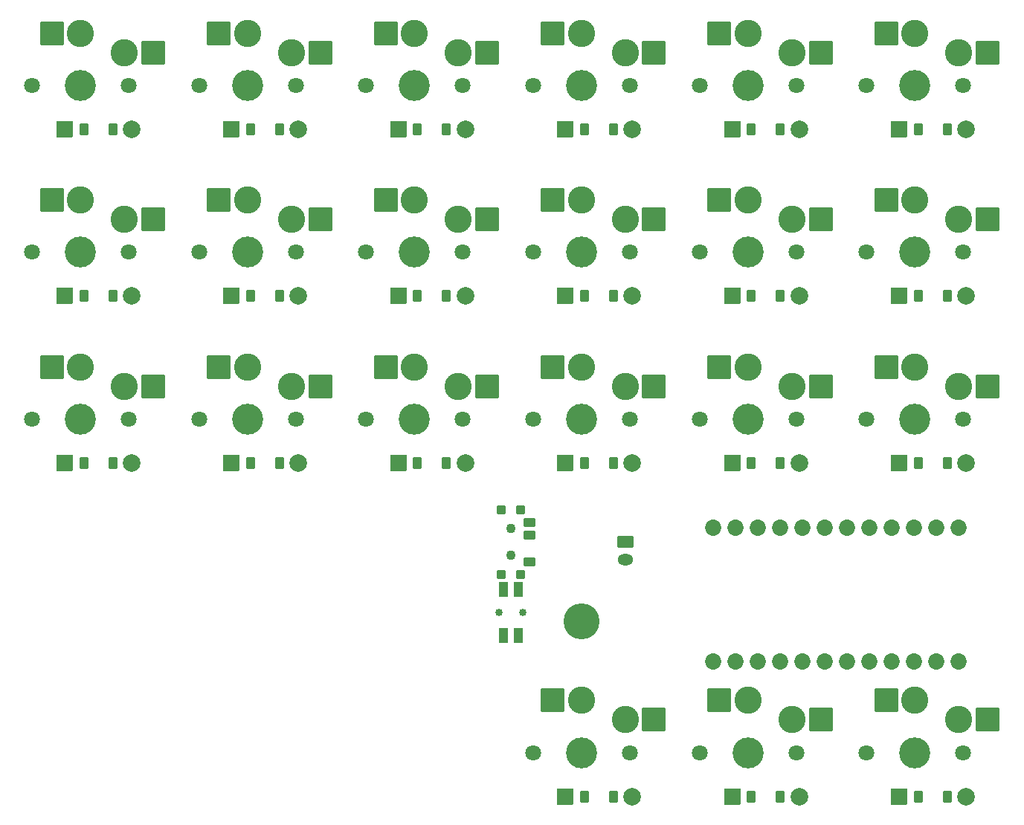
<source format=gbr>
%TF.GenerationSoftware,KiCad,Pcbnew,9.0.4*%
%TF.CreationDate,2025-09-30T09:24:18+02:00*%
%TF.ProjectId,left-finished,6c656674-2d66-4696-9e69-736865642e6b,v1.0.0*%
%TF.SameCoordinates,Original*%
%TF.FileFunction,Soldermask,Bot*%
%TF.FilePolarity,Negative*%
%FSLAX46Y46*%
G04 Gerber Fmt 4.6, Leading zero omitted, Abs format (unit mm)*
G04 Created by KiCad (PCBNEW 9.0.4) date 2025-09-30 09:24:18*
%MOMM*%
%LPD*%
G01*
G04 APERTURE LIST*
G04 Aperture macros list*
%AMRoundRect*
0 Rectangle with rounded corners*
0 $1 Rounding radius*
0 $2 $3 $4 $5 $6 $7 $8 $9 X,Y pos of 4 corners*
0 Add a 4 corners polygon primitive as box body*
4,1,4,$2,$3,$4,$5,$6,$7,$8,$9,$2,$3,0*
0 Add four circle primitives for the rounded corners*
1,1,$1+$1,$2,$3*
1,1,$1+$1,$4,$5*
1,1,$1+$1,$6,$7*
1,1,$1+$1,$8,$9*
0 Add four rect primitives between the rounded corners*
20,1,$1+$1,$2,$3,$4,$5,0*
20,1,$1+$1,$4,$5,$6,$7,0*
20,1,$1+$1,$6,$7,$8,$9,0*
20,1,$1+$1,$8,$9,$2,$3,0*%
G04 Aperture macros list end*
%ADD10RoundRect,0.050000X0.450000X-0.450000X0.450000X0.450000X-0.450000X0.450000X-0.450000X-0.450000X0*%
%ADD11C,1.100000*%
%ADD12RoundRect,0.050000X0.625000X-0.450000X0.625000X0.450000X-0.625000X0.450000X-0.625000X-0.450000X0*%
%ADD13C,1.801800*%
%ADD14C,3.100000*%
%ADD15C,3.529000*%
%ADD16RoundRect,0.050000X-1.300000X-1.300000X1.300000X-1.300000X1.300000X1.300000X-1.300000X1.300000X0*%
%ADD17RoundRect,0.050000X-0.889000X-0.889000X0.889000X-0.889000X0.889000X0.889000X-0.889000X0.889000X0*%
%ADD18RoundRect,0.050000X-0.450000X-0.600000X0.450000X-0.600000X0.450000X0.600000X-0.450000X0.600000X0*%
%ADD19C,2.005000*%
%ADD20C,0.850000*%
%ADD21RoundRect,0.050000X0.500000X-0.775000X0.500000X0.775000X-0.500000X0.775000X-0.500000X-0.775000X0*%
%ADD22C,4.100000*%
%ADD23RoundRect,0.050000X-0.850000X0.600000X-0.850000X-0.600000X0.850000X-0.600000X0.850000X0.600000X0*%
%ADD24O,1.800000X1.300000*%
%ADD25C,1.852600*%
G04 APERTURE END LIST*
D10*
%TO.C,T1*%
X147900000Y-129700000D03*
X150100000Y-129700000D03*
D11*
X149000000Y-127500000D03*
X149000000Y-124500000D03*
D10*
X147900000Y-122300000D03*
X150100000Y-122300000D03*
D12*
X151075000Y-128250000D03*
X151075000Y-125250000D03*
X151075000Y-123750000D03*
%TD*%
D13*
%TO.C,S17*%
X170500000Y-74000000D03*
D14*
X176000000Y-68050000D03*
D15*
X176000000Y-74000000D03*
D14*
X181000000Y-70250000D03*
D13*
X181500000Y-74000000D03*
D16*
X172725000Y-68050000D03*
X184275000Y-70250000D03*
%TD*%
D17*
%TO.C,D1*%
X98190000Y-117000000D03*
D18*
X100350000Y-117000000D03*
X103650000Y-117000000D03*
D19*
X105810000Y-117000000D03*
%TD*%
D17*
%TO.C,D20*%
X193190000Y-98000000D03*
D18*
X195350000Y-98000000D03*
X198650000Y-98000000D03*
D19*
X200810000Y-98000000D03*
%TD*%
D13*
%TO.C,S6*%
X113500000Y-74000000D03*
D14*
X119000000Y-68050000D03*
D15*
X119000000Y-74000000D03*
D14*
X124000000Y-70250000D03*
D13*
X124500000Y-74000000D03*
D16*
X115725000Y-68050000D03*
X127275000Y-70250000D03*
%TD*%
D13*
%TO.C,S18*%
X189500000Y-150000000D03*
D14*
X195000000Y-144050000D03*
D15*
X195000000Y-150000000D03*
D14*
X200000000Y-146250000D03*
D13*
X200500000Y-150000000D03*
D16*
X191725000Y-144050000D03*
X203275000Y-146250000D03*
%TD*%
D13*
%TO.C,S1*%
X94500000Y-112000000D03*
D14*
X100000000Y-106050000D03*
D15*
X100000000Y-112000000D03*
D14*
X105000000Y-108250000D03*
D13*
X105500000Y-112000000D03*
D16*
X96725000Y-106050000D03*
X108275000Y-108250000D03*
%TD*%
D17*
%TO.C,D19*%
X193190000Y-117000000D03*
D18*
X195350000Y-117000000D03*
X198650000Y-117000000D03*
D19*
X200810000Y-117000000D03*
%TD*%
D13*
%TO.C,S16*%
X170500000Y-93000000D03*
D14*
X176000000Y-87050000D03*
D15*
X176000000Y-93000000D03*
D14*
X181000000Y-89250000D03*
D13*
X181500000Y-93000000D03*
D16*
X172725000Y-87050000D03*
X184275000Y-89250000D03*
%TD*%
D20*
%TO.C,B1*%
X147625000Y-134000000D03*
X150375000Y-134000000D03*
D21*
X148150000Y-136625000D03*
X148150000Y-131375000D03*
X149850000Y-136625000D03*
X149850000Y-131375000D03*
%TD*%
D13*
%TO.C,S12*%
X151500000Y-93000000D03*
D14*
X157000000Y-87050000D03*
D15*
X157000000Y-93000000D03*
D14*
X162000000Y-89250000D03*
D13*
X162500000Y-93000000D03*
D16*
X153725000Y-87050000D03*
X165275000Y-89250000D03*
%TD*%
D17*
%TO.C,D3*%
X98190000Y-79000000D03*
D18*
X100350000Y-79000000D03*
X103650000Y-79000000D03*
D19*
X105810000Y-79000000D03*
%TD*%
D22*
%TO.C,*%
X157000000Y-135000000D03*
%TD*%
D17*
%TO.C,D2*%
X98190000Y-98000000D03*
D18*
X100350000Y-98000000D03*
X103650000Y-98000000D03*
D19*
X105810000Y-98000000D03*
%TD*%
D17*
%TO.C,D9*%
X136190000Y-79000000D03*
D18*
X138350000Y-79000000D03*
X141650000Y-79000000D03*
D19*
X143810000Y-79000000D03*
%TD*%
D17*
%TO.C,D10*%
X155190000Y-155000000D03*
D18*
X157350000Y-155000000D03*
X160650000Y-155000000D03*
D19*
X162810000Y-155000000D03*
%TD*%
D17*
%TO.C,D7*%
X136190000Y-117000000D03*
D18*
X138350000Y-117000000D03*
X141650000Y-117000000D03*
D19*
X143810000Y-117000000D03*
%TD*%
D13*
%TO.C,S7*%
X132500000Y-112000000D03*
D14*
X138000000Y-106050000D03*
D15*
X138000000Y-112000000D03*
D14*
X143000000Y-108250000D03*
D13*
X143500000Y-112000000D03*
D16*
X134725000Y-106050000D03*
X146275000Y-108250000D03*
%TD*%
D17*
%TO.C,D4*%
X117190000Y-117000000D03*
D18*
X119350000Y-117000000D03*
X122650000Y-117000000D03*
D19*
X124810000Y-117000000D03*
%TD*%
D17*
%TO.C,D13*%
X155190000Y-79000000D03*
D18*
X157350000Y-79000000D03*
X160650000Y-79000000D03*
D19*
X162810000Y-79000000D03*
%TD*%
D17*
%TO.C,D16*%
X174190000Y-98000000D03*
D18*
X176350000Y-98000000D03*
X179650000Y-98000000D03*
D19*
X181810000Y-98000000D03*
%TD*%
D23*
%TO.C,JST1*%
X162000000Y-126000000D03*
D24*
X162000000Y-128000000D03*
%TD*%
D17*
%TO.C,D21*%
X193190000Y-79000000D03*
D18*
X195350000Y-79000000D03*
X198650000Y-79000000D03*
D19*
X200810000Y-79000000D03*
%TD*%
D17*
%TO.C,D11*%
X155190000Y-117000000D03*
D18*
X157350000Y-117000000D03*
X160650000Y-117000000D03*
D19*
X162810000Y-117000000D03*
%TD*%
D17*
%TO.C,D8*%
X136190000Y-98000000D03*
D18*
X138350000Y-98000000D03*
X141650000Y-98000000D03*
D19*
X143810000Y-98000000D03*
%TD*%
D13*
%TO.C,S2*%
X94500000Y-93000000D03*
D14*
X100000000Y-87050000D03*
D15*
X100000000Y-93000000D03*
D14*
X105000000Y-89250000D03*
D13*
X105500000Y-93000000D03*
D16*
X96725000Y-87050000D03*
X108275000Y-89250000D03*
%TD*%
D13*
%TO.C,S15*%
X170500000Y-112000000D03*
D14*
X176000000Y-106050000D03*
D15*
X176000000Y-112000000D03*
D14*
X181000000Y-108250000D03*
D13*
X181500000Y-112000000D03*
D16*
X172725000Y-106050000D03*
X184275000Y-108250000D03*
%TD*%
D13*
%TO.C,S3*%
X94500000Y-74000000D03*
D14*
X100000000Y-68050000D03*
D15*
X100000000Y-74000000D03*
D14*
X105000000Y-70250000D03*
D13*
X105500000Y-74000000D03*
D16*
X96725000Y-68050000D03*
X108275000Y-70250000D03*
%TD*%
D17*
%TO.C,D18*%
X193190000Y-155000000D03*
D18*
X195350000Y-155000000D03*
X198650000Y-155000000D03*
D19*
X200810000Y-155000000D03*
%TD*%
D13*
%TO.C,S9*%
X132500000Y-74000000D03*
D14*
X138000000Y-68050000D03*
D15*
X138000000Y-74000000D03*
D14*
X143000000Y-70250000D03*
D13*
X143500000Y-74000000D03*
D16*
X134725000Y-68050000D03*
X146275000Y-70250000D03*
%TD*%
D17*
%TO.C,D17*%
X174190000Y-79000000D03*
D18*
X176350000Y-79000000D03*
X179650000Y-79000000D03*
D19*
X181810000Y-79000000D03*
%TD*%
D17*
%TO.C,D15*%
X174190000Y-117000000D03*
D18*
X176350000Y-117000000D03*
X179650000Y-117000000D03*
D19*
X181810000Y-117000000D03*
%TD*%
D17*
%TO.C,D5*%
X117190000Y-98000000D03*
D18*
X119350000Y-98000000D03*
X122650000Y-98000000D03*
D19*
X124810000Y-98000000D03*
%TD*%
D13*
%TO.C,S8*%
X132500000Y-93000000D03*
D14*
X138000000Y-87050000D03*
D15*
X138000000Y-93000000D03*
D14*
X143000000Y-89250000D03*
D13*
X143500000Y-93000000D03*
D16*
X134725000Y-87050000D03*
X146275000Y-89250000D03*
%TD*%
D13*
%TO.C,S10*%
X151500000Y-150000000D03*
D14*
X157000000Y-144050000D03*
D15*
X157000000Y-150000000D03*
D14*
X162000000Y-146250000D03*
D13*
X162500000Y-150000000D03*
D16*
X153725000Y-144050000D03*
X165275000Y-146250000D03*
%TD*%
D17*
%TO.C,D14*%
X174190000Y-155000000D03*
D18*
X176350000Y-155000000D03*
X179650000Y-155000000D03*
D19*
X181810000Y-155000000D03*
%TD*%
D13*
%TO.C,S4*%
X113500000Y-112000000D03*
D14*
X119000000Y-106050000D03*
D15*
X119000000Y-112000000D03*
D14*
X124000000Y-108250000D03*
D13*
X124500000Y-112000000D03*
D16*
X115725000Y-106050000D03*
X127275000Y-108250000D03*
%TD*%
D25*
%TO.C,MCU1*%
X199970000Y-124380000D03*
X197430000Y-124380000D03*
X194890000Y-124380000D03*
X192350000Y-124380000D03*
X189810000Y-124380000D03*
X187270000Y-124380000D03*
X184730000Y-124380000D03*
X182190000Y-124380000D03*
X179650000Y-124380000D03*
X177110000Y-124380000D03*
X174570000Y-124380000D03*
X172030000Y-124380000D03*
X172030000Y-139620000D03*
X174570000Y-139620000D03*
X177110000Y-139620000D03*
X179650000Y-139620000D03*
X182190000Y-139620000D03*
X184730000Y-139620000D03*
X187270000Y-139620000D03*
X189810000Y-139620000D03*
X192350000Y-139620000D03*
X194890000Y-139620000D03*
X197430000Y-139620000D03*
X199970000Y-139620000D03*
%TD*%
D13*
%TO.C,S13*%
X151500000Y-74000000D03*
D14*
X157000000Y-68050000D03*
D15*
X157000000Y-74000000D03*
D14*
X162000000Y-70250000D03*
D13*
X162500000Y-74000000D03*
D16*
X153725000Y-68050000D03*
X165275000Y-70250000D03*
%TD*%
D17*
%TO.C,D6*%
X117190000Y-79000000D03*
D18*
X119350000Y-79000000D03*
X122650000Y-79000000D03*
D19*
X124810000Y-79000000D03*
%TD*%
D13*
%TO.C,S21*%
X189500000Y-74000000D03*
D14*
X195000000Y-68050000D03*
D15*
X195000000Y-74000000D03*
D14*
X200000000Y-70250000D03*
D13*
X200500000Y-74000000D03*
D16*
X191725000Y-68050000D03*
X203275000Y-70250000D03*
%TD*%
D13*
%TO.C,S20*%
X189500000Y-93000000D03*
D14*
X195000000Y-87050000D03*
D15*
X195000000Y-93000000D03*
D14*
X200000000Y-89250000D03*
D13*
X200500000Y-93000000D03*
D16*
X191725000Y-87050000D03*
X203275000Y-89250000D03*
%TD*%
D17*
%TO.C,D12*%
X155190000Y-98000000D03*
D18*
X157350000Y-98000000D03*
X160650000Y-98000000D03*
D19*
X162810000Y-98000000D03*
%TD*%
D13*
%TO.C,S14*%
X170500000Y-150000000D03*
D14*
X176000000Y-144050000D03*
D15*
X176000000Y-150000000D03*
D14*
X181000000Y-146250000D03*
D13*
X181500000Y-150000000D03*
D16*
X172725000Y-144050000D03*
X184275000Y-146250000D03*
%TD*%
D13*
%TO.C,S11*%
X151500000Y-112000000D03*
D14*
X157000000Y-106050000D03*
D15*
X157000000Y-112000000D03*
D14*
X162000000Y-108250000D03*
D13*
X162500000Y-112000000D03*
D16*
X153725000Y-106050000D03*
X165275000Y-108250000D03*
%TD*%
D13*
%TO.C,S19*%
X189500000Y-112000000D03*
D14*
X195000000Y-106050000D03*
D15*
X195000000Y-112000000D03*
D14*
X200000000Y-108250000D03*
D13*
X200500000Y-112000000D03*
D16*
X191725000Y-106050000D03*
X203275000Y-108250000D03*
%TD*%
D13*
%TO.C,S5*%
X113500000Y-93000000D03*
D14*
X119000000Y-87050000D03*
D15*
X119000000Y-93000000D03*
D14*
X124000000Y-89250000D03*
D13*
X124500000Y-93000000D03*
D16*
X115725000Y-87050000D03*
X127275000Y-89250000D03*
%TD*%
M02*

</source>
